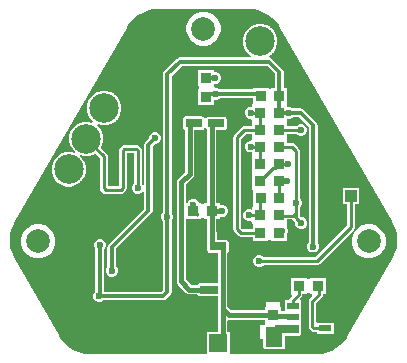
<source format=gbr>
G04*
G04 #@! TF.GenerationSoftware,Altium Limited,Altium Designer,23.10.1 (27)*
G04*
G04 Layer_Physical_Order=2*
G04 Layer_Color=16711680*
%FSLAX44Y44*%
%MOMM*%
G71*
G04*
G04 #@! TF.SameCoordinates,F1356F94-EBF5-402A-8C13-2620F03D8000*
G04*
G04*
G04 #@! TF.FilePolarity,Positive*
G04*
G01*
G75*
%ADD12R,0.9500X0.9500*%
%ADD21C,2.5000*%
%ADD24C,2.0000*%
%ADD25R,1.0000X1.0000*%
%ADD26C,0.2500*%
%ADD27C,0.3000*%
%ADD28C,0.2540*%
%ADD29C,0.4000*%
%ADD30R,1.4928X0.6857*%
%ADD35R,1.5000X1.5000*%
%ADD36C,1.5000*%
%ADD37C,0.3000*%
%ADD38C,0.4000*%
%ADD39C,0.6000*%
%ADD40R,1.0000X0.6000*%
%ADD41R,0.9500X0.9500*%
%ADD42R,2.0391X0.7012*%
%ADD43R,1.4042X1.7177*%
%ADD44R,1.4194X0.6409*%
%ADD45R,1.4071X0.6757*%
%ADD46R,1.4105X0.7363*%
G36*
X1980Y-104348D02*
X2316Y-104851D01*
X2862Y-105216D01*
Y-167586D01*
X611D01*
Y-168563D01*
X-1889D01*
Y-167586D01*
X-3666D01*
X-4245Y-166186D01*
X-5652Y-164780D01*
X-7490Y-164018D01*
X-9479D01*
X-11316Y-164780D01*
X-12723Y-166186D01*
X-13303Y-167586D01*
X-14618D01*
Y-151898D01*
X-8854Y-146134D01*
X-8854Y-146134D01*
X-7969Y-144811D01*
X-7659Y-143250D01*
Y-105680D01*
X-1213D01*
X-433Y-105525D01*
X229Y-105083D01*
X644Y-104461D01*
X1303Y-104316D01*
X1980Y-104348D01*
D02*
G37*
G36*
X611Y-181086D02*
X2862D01*
Y-192991D01*
X2862Y-192991D01*
X3173Y-194552D01*
X3336Y-194796D01*
Y-202991D01*
X3336Y-202991D01*
X3375Y-203188D01*
Y-207748D01*
X3530Y-208528D01*
X3972Y-209190D01*
X4634Y-209632D01*
X5414Y-209787D01*
X12140D01*
Y-235178D01*
X11813Y-235446D01*
X-3115D01*
X-3896Y-235602D01*
X-4557Y-236044D01*
X-4999Y-236705D01*
X-5017Y-236792D01*
X-10148D01*
X-14618Y-232322D01*
Y-181086D01*
X-1889D01*
Y-180317D01*
X611D01*
Y-181086D01*
D02*
G37*
G36*
X37293Y-3059D02*
X39386Y-3059D01*
X43538Y-3605D01*
X47582Y-4689D01*
X51450Y-6291D01*
X55076Y-8385D01*
X58398Y-10934D01*
X61359Y-13894D01*
X63908Y-17216D01*
X64955Y-19029D01*
X159747Y-183215D01*
X160794Y-185028D01*
X162397Y-188897D01*
X163480Y-192941D01*
X164027Y-197092D01*
X164027Y-201279D01*
X163480Y-205431D01*
X162397Y-209475D01*
X160794Y-213343D01*
X159747Y-215156D01*
X122455Y-279750D01*
X121408Y-281563D01*
X118859Y-284884D01*
X115898Y-287845D01*
X112577Y-290394D01*
X108950Y-292488D01*
X105082Y-294090D01*
X101038Y-295174D01*
X96886Y-295720D01*
X22200D01*
Y-276980D01*
X20296D01*
Y-267671D01*
X21567Y-266628D01*
X21891Y-266693D01*
X52138D01*
Y-269365D01*
X52138Y-269365D01*
X52137D01*
X51790Y-270534D01*
X51342Y-270833D01*
X51062Y-271252D01*
X47638D01*
Y-283006D01*
X50745D01*
Y-289453D01*
X50900Y-290233D01*
X51342Y-290895D01*
X52004Y-291337D01*
X52784Y-291492D01*
X66825D01*
X67606Y-291337D01*
X68267Y-290895D01*
X68710Y-290233D01*
X68865Y-289453D01*
Y-279841D01*
X80802D01*
X81582Y-279686D01*
X82244Y-279244D01*
X82547Y-278791D01*
X82802D01*
Y-277999D01*
X82841Y-277802D01*
Y-270791D01*
X82802Y-270594D01*
Y-259791D01*
Y-249791D01*
X82176D01*
X81690Y-248617D01*
X82857Y-247451D01*
X83575Y-246376D01*
X83827Y-245108D01*
Y-244823D01*
X87742D01*
Y-243846D01*
X90242D01*
Y-244823D01*
X91774D01*
X92261Y-245996D01*
X89962Y-248295D01*
X89244Y-249370D01*
X88992Y-250638D01*
Y-272326D01*
X89244Y-273594D01*
X89962Y-274669D01*
X91427Y-276134D01*
X92502Y-276852D01*
X93770Y-277104D01*
X96302D01*
Y-278791D01*
X110302D01*
Y-268791D01*
X96302D01*
X95619Y-267804D01*
Y-252010D01*
X100178Y-247451D01*
X100896Y-246376D01*
X101148Y-245108D01*
Y-244823D01*
X103742D01*
Y-231323D01*
X90242D01*
Y-232092D01*
X87742D01*
Y-231323D01*
X74242D01*
Y-244823D01*
X74453D01*
X74939Y-245996D01*
X73773Y-247162D01*
X73055Y-248237D01*
X72803Y-249505D01*
Y-249791D01*
X68802D01*
Y-259374D01*
X65638D01*
Y-255865D01*
X64661D01*
Y-251365D01*
X52907D01*
Y-255865D01*
X52138D01*
Y-258536D01*
X23581D01*
X20296Y-255252D01*
Y-245999D01*
Y-209611D01*
X20927Y-209190D01*
X21369Y-208528D01*
X21525Y-207748D01*
Y-200991D01*
X21369Y-200210D01*
X20927Y-199549D01*
X20266Y-199107D01*
X19485Y-198952D01*
X11493D01*
Y-193465D01*
X11493Y-193465D01*
X11182Y-191904D01*
X11019Y-191659D01*
Y-181086D01*
X14111D01*
Y-179851D01*
X14980Y-179271D01*
X16969D01*
X18807Y-178510D01*
X20213Y-177103D01*
X20975Y-175265D01*
Y-173276D01*
X20213Y-171439D01*
X18807Y-170032D01*
X16969Y-169271D01*
X14980D01*
X14111Y-168690D01*
Y-167586D01*
X11019D01*
Y-105448D01*
X17953D01*
X18733Y-105293D01*
X19395Y-104851D01*
X19837Y-104190D01*
X19992Y-103409D01*
Y-97000D01*
X19837Y-96220D01*
X19395Y-95558D01*
X18733Y-95116D01*
X17953Y-94961D01*
X3758D01*
X2978Y-95116D01*
X2316Y-95558D01*
X2055Y-95949D01*
X940Y-95888D01*
X734Y-95815D01*
X671Y-95498D01*
X229Y-94836D01*
X-433Y-94394D01*
X-1213Y-94239D01*
X-15318D01*
X-16098Y-94394D01*
X-16760Y-94836D01*
X-17202Y-95498D01*
X-17357Y-96278D01*
Y-103641D01*
X-17202Y-104421D01*
X-16760Y-105083D01*
X-16098Y-105525D01*
X-15816Y-105581D01*
Y-141561D01*
X-21580Y-147325D01*
X-22464Y-148648D01*
X-22775Y-150209D01*
X-22775Y-150209D01*
Y-234011D01*
X-22775Y-234012D01*
X-22464Y-235572D01*
X-21580Y-236896D01*
X-14721Y-243754D01*
X-13398Y-244638D01*
X-11838Y-244949D01*
X-11838Y-244949D01*
X-5034D01*
X-4999Y-245123D01*
X-4557Y-245784D01*
X-3896Y-246226D01*
X-3115Y-246381D01*
X11813D01*
X12140Y-246650D01*
Y-256942D01*
X12140Y-256942D01*
X12140Y-256942D01*
Y-276980D01*
X3200D01*
Y-295720D01*
X-96886D01*
X-101038Y-295174D01*
X-105082Y-294090D01*
X-108950Y-292488D01*
X-112577Y-290394D01*
X-115898Y-287845D01*
X-118859Y-284884D01*
X-121408Y-281562D01*
X-122455Y-279750D01*
X-159747Y-215157D01*
X-159747Y-215156D01*
X-160794Y-213344D01*
X-162397Y-209475D01*
X-163480Y-205431D01*
X-164027Y-201279D01*
X-164027Y-197092D01*
X-163480Y-192941D01*
X-162397Y-188897D01*
X-160794Y-185028D01*
X-159747Y-183215D01*
X-159747Y-183215D01*
X-64955Y-19029D01*
X-63908Y-17216D01*
X-61359Y-13895D01*
X-58398Y-10934D01*
X-55077Y-8385D01*
X-51450Y-6291D01*
X-47582Y-4689D01*
X-43538Y-3605D01*
X-39386Y-3059D01*
X-37293Y-3059D01*
X37293Y-3059D01*
D02*
G37*
%LPC*%
G36*
X1959Y-5500D02*
X-1859D01*
X-5547Y-6488D01*
X-8853Y-8397D01*
X-11553Y-11097D01*
X-13462Y-14403D01*
X-14450Y-18091D01*
Y-21909D01*
X-13462Y-25597D01*
X-11553Y-28903D01*
X-8853Y-31603D01*
X-5547Y-33512D01*
X-1859Y-34500D01*
X1959D01*
X5647Y-33512D01*
X8953Y-31603D01*
X11653Y-28903D01*
X13562Y-25597D01*
X14550Y-21909D01*
Y-18091D01*
X13562Y-14403D01*
X11653Y-11097D01*
X8953Y-8397D01*
X5647Y-6488D01*
X1959Y-5500D01*
D02*
G37*
G36*
X49977Y-16025D02*
X46159D01*
X42471Y-17013D01*
X39165Y-18922D01*
X36465Y-21622D01*
X34556Y-24929D01*
X33568Y-28616D01*
Y-32434D01*
X34556Y-36122D01*
X36465Y-39429D01*
X39165Y-42128D01*
X40620Y-42968D01*
X40279Y-44238D01*
X-19794D01*
X-21159Y-44510D01*
X-22317Y-45283D01*
X-33054Y-56020D01*
X-33828Y-57178D01*
X-34099Y-58544D01*
Y-175772D01*
X-34769Y-176442D01*
X-35531Y-178280D01*
Y-180269D01*
X-34769Y-182106D01*
X-34099Y-182777D01*
Y-241586D01*
X-35469Y-242956D01*
X-84299D01*
Y-207007D01*
X-83303Y-206011D01*
X-82542Y-204174D01*
Y-202185D01*
X-83303Y-200347D01*
X-84709Y-198940D01*
X-86547Y-198179D01*
X-88536D01*
X-90374Y-198940D01*
X-91780Y-200347D01*
X-92542Y-202185D01*
Y-204174D01*
X-91780Y-206011D01*
X-91436Y-206356D01*
Y-242696D01*
X-92432Y-243692D01*
X-93193Y-245530D01*
Y-247519D01*
X-92432Y-249356D01*
X-91025Y-250763D01*
X-89188Y-251524D01*
X-87198D01*
X-85361Y-250763D01*
X-84691Y-250093D01*
X-33991D01*
X-32625Y-249821D01*
X-31467Y-249048D01*
X-28007Y-245588D01*
X-27234Y-244430D01*
X-26962Y-243064D01*
Y-182777D01*
X-26292Y-182106D01*
X-25531Y-180269D01*
Y-178280D01*
X-26292Y-176442D01*
X-26962Y-175772D01*
Y-60022D01*
X-18315Y-51375D01*
X54299D01*
X60802Y-57878D01*
Y-69823D01*
X57621D01*
Y-70800D01*
X55121D01*
Y-69823D01*
X41621D01*
Y-71429D01*
X13908D01*
X13238Y-70759D01*
X11400Y-69998D01*
X9411D01*
X8944Y-68825D01*
X8943Y-68817D01*
X8943D01*
Y-66698D01*
X8946Y-66696D01*
X10935D01*
X12773Y-65935D01*
X14180Y-64528D01*
X14941Y-62691D01*
Y-60701D01*
X14180Y-58864D01*
X12773Y-57457D01*
X10935Y-56696D01*
X10019D01*
X9941Y-56680D01*
X8943Y-55899D01*
Y-55318D01*
X-4557D01*
Y-68818D01*
X-3580D01*
Y-71318D01*
X-4557D01*
Y-84817D01*
X8943D01*
Y-80310D01*
X9411Y-79998D01*
X11400D01*
X13238Y-79237D01*
X13908Y-78566D01*
X41621D01*
Y-83323D01*
X41621Y-83323D01*
X41371Y-84418D01*
X41371Y-84418D01*
X41371Y-84489D01*
Y-85821D01*
X40958Y-86097D01*
X38969D01*
X37132Y-86858D01*
X35725Y-88264D01*
X34964Y-90102D01*
Y-92091D01*
X35725Y-93929D01*
X37132Y-95335D01*
X38969Y-96097D01*
X40215D01*
X41371Y-97196D01*
Y-97727D01*
X41371Y-97918D01*
X41371Y-97918D01*
X41538Y-98928D01*
X41538D01*
Y-102364D01*
X34770D01*
X33502Y-102617D01*
X32427Y-103335D01*
X26367Y-109394D01*
X25649Y-110469D01*
X25397Y-111737D01*
Y-189862D01*
X25649Y-191130D01*
X26367Y-192205D01*
X29163Y-195001D01*
X30238Y-195719D01*
X31506Y-195972D01*
X41569D01*
Y-199408D01*
X55069D01*
Y-198638D01*
X57569D01*
Y-199408D01*
X71069D01*
Y-193021D01*
X71475Y-192040D01*
Y-190051D01*
X71069Y-189070D01*
Y-186071D01*
X71069Y-185908D01*
X70956Y-184685D01*
Y-181477D01*
X75188D01*
X75771Y-182350D01*
X77936Y-184515D01*
Y-185824D01*
X78697Y-187661D01*
X80104Y-189068D01*
X81942Y-189829D01*
X83931D01*
X85768Y-189068D01*
X87175Y-187661D01*
X87936Y-185824D01*
Y-183835D01*
X87175Y-181997D01*
X85768Y-180590D01*
X83931Y-179829D01*
X82622D01*
X81427Y-178634D01*
Y-171230D01*
X82353Y-170305D01*
X83114Y-168467D01*
Y-166478D01*
X82353Y-164640D01*
X81427Y-163715D01*
Y-123302D01*
X81175Y-122034D01*
X80457Y-120959D01*
X77307Y-117809D01*
X76232Y-117091D01*
X74964Y-116839D01*
X71045D01*
Y-113695D01*
X71045Y-113402D01*
X71038Y-112136D01*
Y-109088D01*
X78821D01*
X79746Y-110013D01*
X81584Y-110774D01*
X83573D01*
X85411Y-110013D01*
X86818Y-108606D01*
X87579Y-106769D01*
Y-104779D01*
X86818Y-102942D01*
X85411Y-101535D01*
X83573Y-100774D01*
X81584D01*
X79746Y-101535D01*
X78821Y-102460D01*
X71038D01*
Y-99119D01*
X71038Y-98928D01*
X71038Y-98928D01*
X70871Y-97918D01*
X70871D01*
Y-96490D01*
X71532Y-96048D01*
X73521D01*
X75359Y-95287D01*
X76029Y-94616D01*
X80805D01*
X89454Y-103266D01*
Y-200955D01*
X88784Y-201626D01*
X88023Y-203463D01*
Y-205452D01*
X88784Y-207290D01*
X90191Y-208697D01*
X92028Y-209458D01*
X94017D01*
X95855Y-208697D01*
X97262Y-207290D01*
X98023Y-205452D01*
Y-203463D01*
X97262Y-201626D01*
X96592Y-200955D01*
Y-101788D01*
X96320Y-100422D01*
X95546Y-99264D01*
X84806Y-88525D01*
X83649Y-87751D01*
X82283Y-87479D01*
X76029D01*
X75359Y-86809D01*
X73521Y-86048D01*
X71532D01*
X70947Y-85657D01*
X70871Y-84418D01*
X71121Y-83323D01*
X71121D01*
X71121Y-83252D01*
Y-69823D01*
X67939D01*
Y-56400D01*
X67668Y-55034D01*
X66894Y-53877D01*
X58301Y-45283D01*
X57143Y-44510D01*
X55836Y-44250D01*
X55758Y-44120D01*
X55548Y-42950D01*
X56971Y-42128D01*
X59671Y-39429D01*
X61580Y-36122D01*
X62568Y-32434D01*
Y-28616D01*
X61580Y-24929D01*
X59671Y-21622D01*
X56971Y-18922D01*
X53665Y-17013D01*
X49977Y-16025D01*
D02*
G37*
G36*
X-82219Y-72699D02*
X-86037D01*
X-89725Y-73687D01*
X-93031Y-75596D01*
X-95731Y-78296D01*
X-97640Y-81602D01*
X-98628Y-85290D01*
Y-89108D01*
X-97640Y-92796D01*
X-95731Y-96102D01*
X-93461Y-98372D01*
X-94118Y-99510D01*
X-97219Y-98680D01*
X-101037D01*
X-104725Y-99668D01*
X-108031Y-101577D01*
X-110731Y-104276D01*
X-112640Y-107583D01*
X-113628Y-111271D01*
Y-115089D01*
X-112640Y-118776D01*
X-110731Y-122083D01*
X-108461Y-124353D01*
X-109118Y-125491D01*
X-112219Y-124660D01*
X-116037D01*
X-119725Y-125648D01*
X-123031Y-127557D01*
X-125731Y-130257D01*
X-127640Y-133564D01*
X-128628Y-137251D01*
Y-141069D01*
X-127640Y-144757D01*
X-125731Y-148064D01*
X-123031Y-150763D01*
X-119725Y-152672D01*
X-116037Y-153660D01*
X-112219D01*
X-108531Y-152672D01*
X-105225Y-150763D01*
X-102525Y-148064D01*
X-100616Y-144757D01*
X-99628Y-141069D01*
Y-137251D01*
X-100616Y-133564D01*
X-102525Y-130257D01*
X-104795Y-127987D01*
X-104137Y-126849D01*
X-101037Y-127680D01*
X-97219D01*
X-93531Y-126692D01*
X-91484Y-125510D01*
X-87441Y-129552D01*
Y-155109D01*
X-87189Y-156377D01*
X-86471Y-157452D01*
X-85006Y-158917D01*
X-83931Y-159635D01*
X-82663Y-159887D01*
X-69835D01*
X-68567Y-159635D01*
X-67492Y-158917D01*
X-66028Y-157452D01*
X-65309Y-156377D01*
X-65057Y-155109D01*
Y-124854D01*
X-58759D01*
Y-150912D01*
X-59967Y-152121D01*
X-60729Y-153958D01*
Y-155947D01*
X-59967Y-157785D01*
X-58561Y-159192D01*
X-56723Y-159953D01*
X-54734D01*
X-52896Y-159192D01*
X-51490Y-157785D01*
X-51398Y-157564D01*
X-50128Y-157816D01*
Y-172463D01*
X-80216Y-202551D01*
X-80990Y-203709D01*
X-81262Y-205075D01*
Y-221344D01*
X-81932Y-222015D01*
X-82693Y-223852D01*
Y-225841D01*
X-81932Y-227679D01*
X-80525Y-229086D01*
X-78688Y-229847D01*
X-76698D01*
X-74861Y-229086D01*
X-73454Y-227679D01*
X-72693Y-225841D01*
Y-223852D01*
X-73454Y-222015D01*
X-74124Y-221344D01*
Y-206553D01*
X-44036Y-176464D01*
X-43263Y-175307D01*
X-42991Y-173941D01*
Y-119684D01*
X-41007Y-117700D01*
X-40059D01*
X-38221Y-116939D01*
X-36815Y-115532D01*
X-36054Y-113695D01*
Y-111705D01*
X-36815Y-109868D01*
X-38221Y-108461D01*
X-40059Y-107700D01*
X-42048D01*
X-43886Y-108461D01*
X-45292Y-109868D01*
X-46054Y-111705D01*
Y-112653D01*
X-49083Y-115682D01*
X-49856Y-116840D01*
X-50128Y-118206D01*
Y-151833D01*
X-51378Y-152136D01*
X-52132Y-151421D01*
Y-123005D01*
X-52384Y-121737D01*
X-53102Y-120662D01*
X-54567Y-119197D01*
X-55642Y-118479D01*
X-56910Y-118227D01*
X-66906D01*
X-68174Y-118479D01*
X-69249Y-119197D01*
X-70714Y-120662D01*
X-71432Y-121737D01*
X-71684Y-123005D01*
Y-153260D01*
X-80814D01*
Y-128180D01*
X-81066Y-126911D01*
X-81785Y-125836D01*
X-86798Y-120823D01*
X-85616Y-118776D01*
X-84628Y-115089D01*
Y-111271D01*
X-85616Y-107583D01*
X-87525Y-104276D01*
X-89795Y-102007D01*
X-89137Y-100868D01*
X-86037Y-101699D01*
X-82219D01*
X-78531Y-100711D01*
X-75224Y-98802D01*
X-72525Y-96102D01*
X-70616Y-92796D01*
X-69628Y-89108D01*
Y-85290D01*
X-70616Y-81602D01*
X-72525Y-78296D01*
X-75224Y-75596D01*
X-78531Y-73687D01*
X-82219Y-72699D01*
D02*
G37*
G36*
X132104Y-154645D02*
X118104D01*
Y-168645D01*
X121790D01*
Y-186299D01*
X94715Y-213374D01*
X51042D01*
X50117Y-212449D01*
X48279Y-211688D01*
X46290D01*
X44453Y-212449D01*
X43046Y-213856D01*
X42285Y-215693D01*
Y-217682D01*
X43046Y-219520D01*
X44453Y-220927D01*
X46290Y-221688D01*
X48279D01*
X50117Y-220927D01*
X51042Y-220002D01*
X96088D01*
X97356Y-219749D01*
X98431Y-219031D01*
X127447Y-190015D01*
X128165Y-188940D01*
X128417Y-187672D01*
Y-168645D01*
X132104D01*
Y-154645D01*
D02*
G37*
G36*
X141909Y-185500D02*
X138091D01*
X134403Y-186488D01*
X131097Y-188397D01*
X128397Y-191097D01*
X126488Y-194403D01*
X125500Y-198091D01*
Y-201909D01*
X126488Y-205597D01*
X128397Y-208903D01*
X131097Y-211603D01*
X134403Y-213512D01*
X138091Y-214500D01*
X141909D01*
X145597Y-213512D01*
X148903Y-211603D01*
X151603Y-208903D01*
X153512Y-205597D01*
X154500Y-201909D01*
Y-198091D01*
X153512Y-194403D01*
X151603Y-191097D01*
X148903Y-188397D01*
X145597Y-186488D01*
X141909Y-185500D01*
D02*
G37*
G36*
X-138091D02*
X-141909D01*
X-145597Y-186488D01*
X-148903Y-188397D01*
X-151603Y-191097D01*
X-153512Y-194403D01*
X-154500Y-198091D01*
Y-201909D01*
X-153512Y-205597D01*
X-151603Y-208903D01*
X-148903Y-211603D01*
X-145597Y-213512D01*
X-141909Y-214500D01*
X-138091D01*
X-134403Y-213512D01*
X-131097Y-211603D01*
X-128397Y-208903D01*
X-126488Y-205597D01*
X-125500Y-201909D01*
Y-198091D01*
X-126488Y-194403D01*
X-128397Y-191097D01*
X-131097Y-188397D01*
X-134403Y-186488D01*
X-138091Y-185500D01*
D02*
G37*
%LPD*%
G36*
X41538Y-112135D02*
X41538Y-112428D01*
X41544Y-113558D01*
X41459Y-113769D01*
X40319Y-114762D01*
X39395D01*
X37557Y-115523D01*
X36151Y-116930D01*
X35389Y-118767D01*
Y-120757D01*
X36151Y-122594D01*
X37557Y-124001D01*
X39395Y-124762D01*
X41384D01*
X41545Y-124869D01*
Y-126902D01*
X41545D01*
X41456Y-127925D01*
X41456D01*
X41456Y-128135D01*
Y-141425D01*
X41456Y-141425D01*
Y-142450D01*
X41456D01*
X41456Y-142695D01*
Y-155647D01*
X41456Y-155950D01*
X41456Y-155950D01*
X41614Y-156851D01*
X41615D01*
Y-170351D01*
X41614D01*
X41456Y-171348D01*
X41456Y-171348D01*
X41456Y-171556D01*
Y-172556D01*
X40400Y-173262D01*
X39885Y-173048D01*
X37896D01*
X36058Y-173810D01*
X34652Y-175216D01*
X33890Y-177054D01*
Y-179043D01*
X34652Y-180881D01*
X36058Y-182287D01*
X37896Y-183048D01*
X39885D01*
X40400Y-182835D01*
X41456Y-183541D01*
Y-184685D01*
X41456Y-184848D01*
X41569Y-186071D01*
Y-189344D01*
X32879D01*
X32024Y-188490D01*
Y-113110D01*
X36142Y-108992D01*
X41538D01*
Y-112135D01*
D02*
G37*
D12*
X48206Y-178097D02*
D03*
X64206D02*
D03*
X7361Y-174336D02*
D03*
X-8639D02*
D03*
X80992Y-238073D02*
D03*
X96992D02*
D03*
X58888Y-277026D02*
D03*
X42888D02*
D03*
X64371Y-76573D02*
D03*
X48371D02*
D03*
X48121Y-91168D02*
D03*
X64121D02*
D03*
X64288Y-105678D02*
D03*
X48288D02*
D03*
X64295Y-120152D02*
D03*
X48295D02*
D03*
X48206Y-134675D02*
D03*
X64206D02*
D03*
Y-149200D02*
D03*
X48206D02*
D03*
X64365Y-163601D02*
D03*
X48365D02*
D03*
X48319Y-192658D02*
D03*
X64319D02*
D03*
D21*
X-84128Y-87199D02*
D03*
X-99128Y-113180D02*
D03*
X-114128Y-139160D02*
D03*
X48068Y-30525D02*
D03*
D24*
X140000Y-200000D02*
D03*
X50Y-20000D02*
D03*
X-140000Y-200000D02*
D03*
D25*
X125104Y-161645D02*
D03*
D26*
X96088Y-216688D02*
X125104Y-187672D01*
X47285Y-216688D02*
X96088D01*
X28710Y-189862D02*
X31506Y-192658D01*
X48319D01*
X125104Y-187672D02*
Y-161645D01*
X28710Y-189862D02*
Y-111737D01*
X34770Y-105678D01*
X48288D01*
X-66906Y-121540D02*
X-56910D01*
X-55445Y-154670D02*
Y-123005D01*
X-68371Y-155109D02*
Y-123005D01*
X-66906Y-121540D01*
X-56910D02*
X-55445Y-123005D01*
X-55729Y-154953D02*
X-55445Y-154670D01*
X48206Y-134675D02*
Y-120241D01*
X40389Y-119762D02*
X47905D01*
X48295Y-120152D01*
X48206Y-120241D02*
X48295Y-120152D01*
X38890Y-178048D02*
X48206D01*
X48255D01*
X78114Y-180007D02*
X82936Y-184829D01*
X78114Y-180007D02*
Y-176280D01*
Y-167472D02*
Y-123302D01*
Y-176280D02*
Y-167472D01*
X74964Y-120152D02*
X78114Y-123302D01*
X76230Y-178163D02*
X78114Y-176280D01*
X64288Y-105678D02*
X64384Y-105774D01*
X82579D01*
X48121Y-91168D02*
X48288Y-91335D01*
Y-105678D02*
Y-91335D01*
X-8484Y-174182D02*
Y-169018D01*
X-8639Y-174336D02*
X-8484Y-174182D01*
X48206Y-178048D02*
Y-163760D01*
Y-178097D02*
Y-178048D01*
Y-163760D02*
X48365Y-163601D01*
X64335Y-134804D02*
X71445D01*
X64206Y-134675D02*
X64335Y-134804D01*
X60706Y-138175D02*
X64206Y-134675D01*
X59231Y-138175D02*
X60706D01*
X48206Y-149200D02*
X59231Y-138175D01*
X64295Y-120152D02*
X74964D01*
X64272Y-178163D02*
X76230D01*
X76116Y-249505D02*
X80513Y-245108D01*
X75802Y-254791D02*
X76116Y-254476D01*
Y-249505D01*
X80513Y-238552D02*
X80992Y-238073D01*
X80513Y-245108D02*
Y-238552D01*
X96992Y-238073D02*
X97835Y-238915D01*
X92305Y-272326D02*
Y-250638D01*
X97835Y-245108D02*
Y-238915D01*
X92305Y-250638D02*
X97835Y-245108D01*
X92305Y-272326D02*
X93770Y-273791D01*
X103302D01*
X39964Y-91097D02*
X48049D01*
X48121Y-91168D01*
X-5624Y-177552D02*
X-5312Y-175702D01*
X64206Y-178097D02*
X64272Y-178163D01*
X-82663Y-156573D02*
X-69835D01*
X-84128Y-155109D02*
Y-128180D01*
X-69835Y-156573D02*
X-68371Y-155109D01*
X-84128D02*
X-82663Y-156573D01*
X-99128Y-113180D02*
X-84128Y-128180D01*
D27*
X3589Y-61696D02*
X9941D01*
X2048Y-60155D02*
X3589Y-61696D01*
X-30531Y-58544D02*
X-19794Y-47807D01*
X55777D02*
X64371Y-56400D01*
X-19794Y-47807D02*
X55777D01*
X-30531Y-243064D02*
Y-179274D01*
X-88193Y-246524D02*
X-33991D01*
X-30531Y-243064D01*
Y-179274D02*
Y-58544D01*
X64371Y-76573D02*
Y-56400D01*
X-87867Y-246198D02*
Y-203505D01*
X-87542Y-203179D01*
X-88193Y-246524D02*
X-87867Y-246198D01*
X-46559Y-173941D02*
Y-118206D01*
X-41054Y-112700D01*
X-77693Y-205075D02*
X-46559Y-173941D01*
X-77693Y-224847D02*
Y-205075D01*
X64121Y-76823D02*
X64371Y-76573D01*
X64121Y-91168D02*
Y-76823D01*
X64241Y-91048D02*
X72527D01*
X64121Y-91168D02*
X64241Y-91048D01*
X82283D02*
X93023Y-101788D01*
X72527Y-91048D02*
X82283D01*
X93023Y-204458D02*
Y-101788D01*
X2023Y-75308D02*
X2333Y-74998D01*
X46796D01*
X48371Y-76573D01*
D28*
X64254Y-149151D02*
X71008D01*
X64206Y-149200D02*
X64254Y-149151D01*
X64206Y-149200D02*
X64365Y-149358D01*
Y-163601D02*
Y-149358D01*
D29*
X6941Y-192991D02*
X7414Y-193465D01*
X6941Y-192991D02*
Y-174271D01*
X7414Y-202991D02*
Y-193465D01*
X10791Y-174303D02*
X15942D01*
X6941Y-174271D02*
Y-170168D01*
X7414Y-202991D02*
X8437Y-204013D01*
X6856Y-174303D02*
X10791D01*
X8437Y-204013D02*
X9243D01*
X9488Y-204258D01*
X14323D01*
X16218Y-245999D02*
Y-204666D01*
Y-256942D02*
Y-245999D01*
Y-282962D02*
Y-256942D01*
X12700Y-286480D02*
X16218Y-282962D01*
X14323Y-204258D02*
X15813Y-205748D01*
X16218Y-256942D02*
X21891Y-262615D01*
X-18697Y-234012D02*
Y-150209D01*
Y-234012D02*
X-11838Y-240870D01*
X1138D01*
X56414Y-285776D02*
X56456Y-285818D01*
X59726Y-263453D02*
X74964D01*
X58888Y-262615D02*
X59726Y-263453D01*
X74964D02*
X75802Y-264291D01*
X21891Y-262615D02*
X58888D01*
X-18697Y-150209D02*
X-11737Y-143250D01*
Y-100438D01*
X15942Y-174303D02*
X15975Y-174271D01*
X10791Y-174019D02*
X15592D01*
X15975Y-174401D01*
X6941Y-170168D02*
X10791Y-174019D01*
X-12115Y-100060D02*
X-11737Y-100438D01*
X6941Y-170168D02*
Y-100328D01*
D30*
X4349Y-240914D02*
D03*
D35*
X12700Y-286480D02*
D03*
D36*
X-12700D02*
D03*
D37*
X148914Y-219861D02*
D03*
X140914Y-171861D02*
D03*
X136914Y-227861D02*
D03*
X128914Y-147861D02*
D03*
X132914Y-219861D02*
D03*
X128914Y-227861D02*
D03*
X132914Y-235861D02*
D03*
X128914Y-243861D02*
D03*
X120914Y-131861D02*
D03*
X124914Y-139861D02*
D03*
X120914Y-147861D02*
D03*
Y-211861D02*
D03*
X124914Y-219861D02*
D03*
X120914Y-227861D02*
D03*
X124914Y-235861D02*
D03*
X120914Y-243861D02*
D03*
X124914Y-251861D02*
D03*
X120914Y-259861D02*
D03*
X112914Y-115861D02*
D03*
X116914Y-123861D02*
D03*
X112914Y-131861D02*
D03*
X116914Y-139861D02*
D03*
X112914Y-147861D02*
D03*
Y-179861D02*
D03*
X116914Y-235861D02*
D03*
X112914Y-243861D02*
D03*
X116914Y-251861D02*
D03*
Y-267861D02*
D03*
X104914Y-115861D02*
D03*
X108914Y-123861D02*
D03*
X104914Y-131861D02*
D03*
X108914Y-139861D02*
D03*
X104914Y-147861D02*
D03*
X108914Y-155861D02*
D03*
X104914Y-163861D02*
D03*
X108914Y-171861D02*
D03*
X104914Y-179861D02*
D03*
X108914Y-187861D02*
D03*
X80914Y-67861D02*
D03*
X84914Y-75861D02*
D03*
X68914Y-43861D02*
D03*
X64914Y-227861D02*
D03*
X28914Y-11861D02*
D03*
X24914Y-19861D02*
D03*
X28914Y-283861D02*
D03*
X20914Y-11861D02*
D03*
Y-27861D02*
D03*
X16914Y-35861D02*
D03*
X914Y-259861D02*
D03*
X4914Y-267861D02*
D03*
X-7086Y-227861D02*
D03*
Y-259861D02*
D03*
X-3086Y-267861D02*
D03*
X-15086Y-35861D02*
D03*
X-11086Y-251861D02*
D03*
X-15086Y-259861D02*
D03*
X-11086Y-267861D02*
D03*
X-23086Y-19861D02*
D03*
Y-35861D02*
D03*
Y-259861D02*
D03*
X-19086Y-267861D02*
D03*
X-23086Y-275861D02*
D03*
X-27086Y-11861D02*
D03*
X-31086Y-19861D02*
D03*
X-27086Y-27861D02*
D03*
X-31086Y-35861D02*
D03*
Y-259861D02*
D03*
X-27086Y-267861D02*
D03*
X-31086Y-275861D02*
D03*
X-27086Y-283861D02*
D03*
X-35086Y-11861D02*
D03*
X-39086Y-19861D02*
D03*
X-35086Y-27861D02*
D03*
X-39086Y-35861D02*
D03*
X-35086Y-43861D02*
D03*
X-39086Y-51861D02*
D03*
Y-259861D02*
D03*
X-35086Y-267861D02*
D03*
X-39086Y-275861D02*
D03*
X-35086Y-283861D02*
D03*
X-43086Y-11861D02*
D03*
X-47086Y-19861D02*
D03*
X-43086Y-27861D02*
D03*
X-47086Y-35861D02*
D03*
X-43086Y-43861D02*
D03*
X-47086Y-51861D02*
D03*
Y-67861D02*
D03*
Y-83861D02*
D03*
X-43086Y-91861D02*
D03*
Y-187861D02*
D03*
X-47086Y-259861D02*
D03*
X-43086Y-267861D02*
D03*
X-47086Y-275861D02*
D03*
X-43086Y-283861D02*
D03*
X-55086Y-19861D02*
D03*
X-51086Y-27861D02*
D03*
X-55086Y-35861D02*
D03*
X-51086Y-43861D02*
D03*
X-55086Y-51861D02*
D03*
X-51086Y-59861D02*
D03*
X-55086Y-67861D02*
D03*
X-51086Y-75861D02*
D03*
X-55086Y-275861D02*
D03*
X-51086Y-283861D02*
D03*
X-59086Y-27861D02*
D03*
X-63086Y-35861D02*
D03*
X-59086Y-43861D02*
D03*
X-63086Y-51861D02*
D03*
X-59086Y-59861D02*
D03*
X-63086Y-67861D02*
D03*
X-59086Y-75861D02*
D03*
X-63086Y-163861D02*
D03*
Y-275861D02*
D03*
X-59086Y-283861D02*
D03*
X-67086Y-43861D02*
D03*
X-71086Y-51861D02*
D03*
X-67086Y-59861D02*
D03*
Y-171861D02*
D03*
Y-283861D02*
D03*
X-75086Y-59861D02*
D03*
Y-283861D02*
D03*
X-87086Y-275861D02*
D03*
X-83086Y-283861D02*
D03*
X-95086Y-275861D02*
D03*
X-91086Y-283861D02*
D03*
X-103086Y-275861D02*
D03*
X-99086Y-283861D02*
D03*
X-107086Y-267861D02*
D03*
X-111086Y-275861D02*
D03*
X-107086Y-283861D02*
D03*
X-119086Y-259861D02*
D03*
X-115086Y-267861D02*
D03*
X-127086Y-179861D02*
D03*
Y-227861D02*
D03*
Y-243861D02*
D03*
X-123086Y-251861D02*
D03*
X-135086Y-163861D02*
D03*
X-131086Y-171861D02*
D03*
Y-219861D02*
D03*
X-135086Y-227861D02*
D03*
X-131086Y-235861D02*
D03*
X-135086Y-243861D02*
D03*
X-139086Y-171861D02*
D03*
X-143086Y-227861D02*
D03*
X-139086Y-235861D02*
D03*
X-147086Y-219861D02*
D03*
D38*
X64615Y-29436D02*
D03*
X59795Y-42256D02*
D03*
X51859Y-14334D02*
D03*
X63564Y-36357D02*
D03*
X-6605Y-57333D02*
D03*
X38012Y-67571D02*
D03*
X43475Y-14564D02*
D03*
X32895Y-37137D02*
D03*
X33779Y-54864D02*
D03*
X40730Y-54036D02*
D03*
X26781Y-54729D02*
D03*
X62735Y-22694D02*
D03*
X58150Y-17404D02*
D03*
X33078Y-23473D02*
D03*
X31466Y-30285D02*
D03*
X37326Y-17910D02*
D03*
X-6605Y-64334D02*
D03*
X19781Y-54729D02*
D03*
X12802Y-55273D02*
D03*
X-85622Y-70705D02*
D03*
X-92312Y-72762D02*
D03*
X-100339Y-90839D02*
D03*
X-85359Y-103727D02*
D03*
X-78428Y-102749D02*
D03*
X-72494Y-99035D02*
D03*
X-65529Y-99736D02*
D03*
Y-106736D02*
D03*
Y-113736D02*
D03*
X-74715Y-145259D02*
D03*
X-89564Y-160108D02*
D03*
X-94451Y-165120D02*
D03*
X-95779Y-171993D02*
D03*
Y-178993D02*
D03*
Y-185993D02*
D03*
X-92706Y-192283D02*
D03*
X-86210Y-194891D02*
D03*
X-74088Y-179933D02*
D03*
X-81088D02*
D03*
X-84977Y-174112D02*
D03*
X-81971Y-167791D02*
D03*
X-77022Y-162841D02*
D03*
X-62172Y-147992D02*
D03*
X-54728Y-108502D02*
D03*
Y-101502D02*
D03*
X-55004Y-94507D02*
D03*
X-59360Y-89028D02*
D03*
X-64690Y-84489D02*
D03*
X-69461Y-79367D02*
D03*
X-74045Y-74077D02*
D03*
X-80336Y-71007D02*
D03*
X-115129Y-122602D02*
D03*
X-121878Y-124459D02*
D03*
X-130407Y-142288D02*
D03*
X-127649Y-148722D02*
D03*
X-122514Y-153479D02*
D03*
X-119529Y-159810D02*
D03*
Y-166810D02*
D03*
Y-173810D02*
D03*
X-118205Y-180684D02*
D03*
X-115354Y-187077D02*
D03*
Y-194077D02*
D03*
Y-201077D02*
D03*
Y-208077D02*
D03*
Y-215077D02*
D03*
Y-222077D02*
D03*
Y-229077D02*
D03*
Y-236077D02*
D03*
X-115006Y-243068D02*
D03*
X-110549Y-248466D02*
D03*
X-105599Y-253415D02*
D03*
X-100649Y-258365D02*
D03*
X-95699Y-263315D02*
D03*
X-89403Y-266373D02*
D03*
X-76203Y-269770D02*
D03*
X-90537Y-253202D02*
D03*
X-95487Y-248252D02*
D03*
X-104552Y-237640D02*
D03*
Y-230640D02*
D03*
Y-216640D02*
D03*
Y-209640D02*
D03*
Y-202640D02*
D03*
Y-188640D02*
D03*
Y-181640D02*
D03*
X-108122Y-175619D02*
D03*
X-108727Y-168645D02*
D03*
Y-161645D02*
D03*
X-108301Y-154658D02*
D03*
X-102401Y-150891D02*
D03*
X-98632Y-144992D02*
D03*
X-97581Y-138071D02*
D03*
X-99461Y-131328D02*
D03*
D39*
X108586Y-221365D02*
D03*
X66475Y-191045D02*
D03*
X47285Y-216688D02*
D03*
X9941Y-61696D02*
D03*
X6222Y-87818D02*
D03*
X-2709Y-136435D02*
D03*
X-1585Y-120287D02*
D03*
X35353Y-169586D02*
D03*
X-30531Y-179274D02*
D03*
X40389Y-119762D02*
D03*
X71008Y-149151D02*
D03*
X82936Y-184829D02*
D03*
X78114Y-167472D02*
D03*
X82579Y-105774D02*
D03*
X-8484Y-169018D02*
D03*
X38890Y-178048D02*
D03*
X71445Y-134804D02*
D03*
X9243Y-204013D02*
D03*
X8216Y-240746D02*
D03*
X1138Y-240870D02*
D03*
X-55729Y-154953D02*
D03*
X39964Y-91097D02*
D03*
X63210Y-285892D02*
D03*
X56456Y-285818D02*
D03*
X-1517Y-189930D02*
D03*
X-4092Y-207764D02*
D03*
X1211Y-220608D02*
D03*
X7417Y-232075D02*
D03*
X10405Y-74998D02*
D03*
X-99128Y-238952D02*
D03*
X-102363Y-224642D02*
D03*
X-100105Y-194700D02*
D03*
X-101037Y-166000D02*
D03*
X-87542Y-203179D02*
D03*
X-77693Y-224847D02*
D03*
X-88193Y-246524D02*
D03*
X15975Y-174271D02*
D03*
X93023Y-204458D02*
D03*
X72527Y-91048D02*
D03*
X-41054Y-112700D02*
D03*
X14265Y-100227D02*
D03*
X6941Y-100328D02*
D03*
X16218Y-204666D02*
D03*
X-12115Y-100060D02*
D03*
X-4737Y-99955D02*
D03*
D40*
X75802Y-273791D02*
D03*
Y-264291D02*
D03*
Y-254791D02*
D03*
X103302D02*
D03*
Y-273791D02*
D03*
D41*
X58888Y-262615D02*
D03*
Y-246615D02*
D03*
X2193Y-62067D02*
D03*
Y-78067D02*
D03*
D42*
X70606Y-274297D02*
D03*
D43*
X59805Y-280864D02*
D03*
D44*
X10856Y-100205D02*
D03*
D45*
X12450Y-204369D02*
D03*
D46*
X-8266Y-99959D02*
D03*
M02*

</source>
